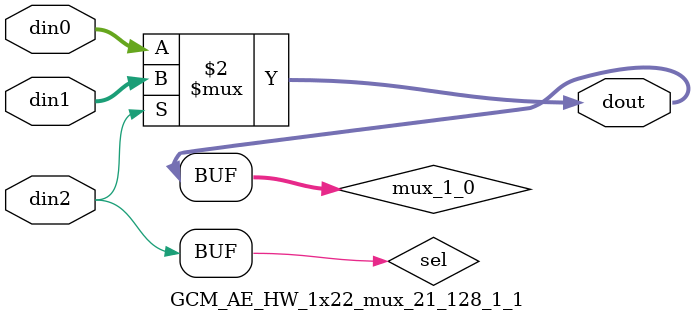
<source format=v>

`timescale 1ns/1ps

module GCM_AE_HW_1x22_mux_21_128_1_1 #(
parameter
    ID                = 0,
    NUM_STAGE         = 1,
    din0_WIDTH       = 32,
    din1_WIDTH       = 32,
    din2_WIDTH         = 32,
    dout_WIDTH            = 32
)(
    input  [127 : 0]     din0,
    input  [127 : 0]     din1,
    input  [0 : 0]    din2,
    output [127 : 0]   dout);

// puts internal signals
wire [0 : 0]     sel;
// level 1 signals
wire [127 : 0]         mux_1_0;

assign sel = din2;

// Generate level 1 logic
assign mux_1_0 = (sel[0] == 0)? din0 : din1;

// output logic
assign dout = mux_1_0;

endmodule

</source>
